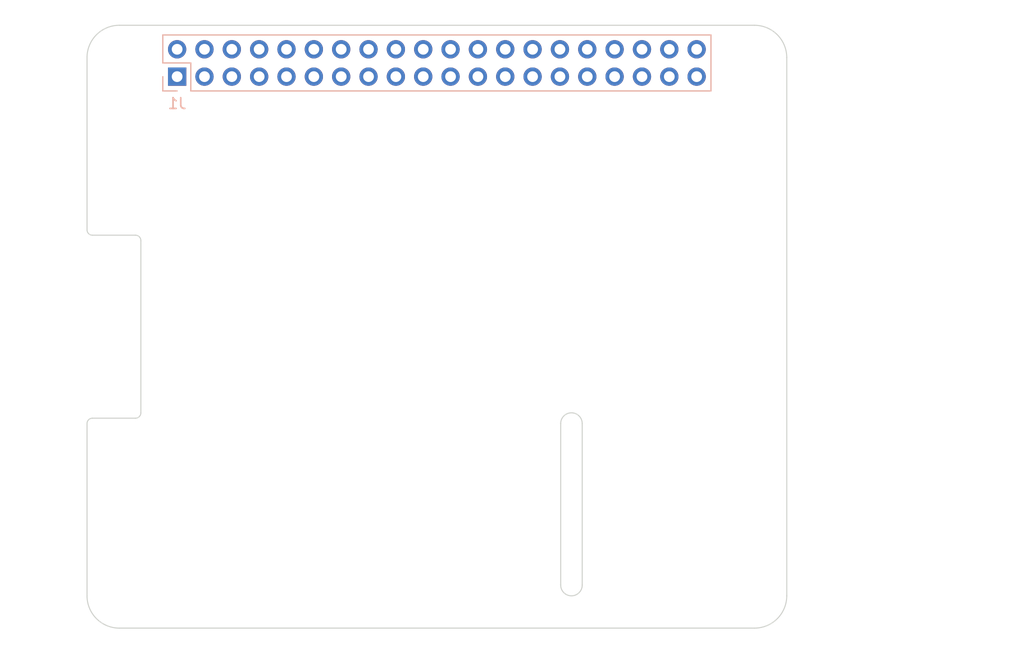
<source format=kicad_pcb>
(kicad_pcb (version 20241229) (generator "pcbnew") (generator_version "9.0")
  (title_block (date "15 nov 2012"))
  (layers (0 "F.Cu" signal) (2 "B.Cu" signal) (13 "F.Paste" user) (15 "B.Paste" user) (5 "F.SilkS" user "F.Silkscreen") (7 "B.SilkS" user "B.Silkscreen") (1 "F.Mask" user) (3 "B.Mask" user) (25 "Edge.Cuts" user))
  (net 0 "")
  (net 1 "GND")
  (net 2 "/GPIO2{slash}SDA1")
  (net 3 "/GPIO3{slash}SCL1")
  (net 4 "/GPIO4{slash}GPCLK0")
  (net 5 "/GPIO14{slash}TXD0")
  (net 6 "/GPIO15{slash}RXD0")
  (net 7 "/GPIO17")
  (net 8 "/GPIO18{slash}PCM.CLK")
  (net 9 "/GPIO27")
  (net 10 "/GPIO22")
  (net 11 "/GPIO23")
  (net 12 "/GPIO24")
  (net 13 "/GPIO10{slash}SPI0.MOSI")
  (net 14 "/GPIO9{slash}SPI0.MISO")
  (net 15 "/GPIO25")
  (net 16 "/GPIO11{slash}SPI0.SCLK")
  (net 17 "/GPIO8{slash}SPI0.CE0")
  (net 18 "/GPIO7{slash}SPI0.CE1")
  (net 19 "/ID_SDA")
  (net 20 "/ID_SCL")
  (net 21 "/GPIO5")
  (net 22 "/GPIO6")
  (net 23 "/GPIO12{slash}PWM0")
  (net 24 "/GPIO13{slash}PWM1")
  (net 25 "/GPIO19{slash}PCM.FS")
  (net 26 "/GPIO16")
  (net 27 "/GPIO26")
  (net 28 "/GPIO20{slash}PCM.DIN")
  (net 29 "/GPIO21{slash}PCM.DOUT")
  (net 30 "+5V")
  (net 31 "+3V3")
  (footprint "MountingHole:MountingHole_2.7mm_M2.5" (layer "F.Cu") (at 161.5 47.5)
    (property "Reference" "MH2" (hide yes))
    (property "Value" "MountingHole_2.7mm_M2.5" (hide yes))
    (pad "" np_thru_hole circle (at 0 0) (size 2.7 2.7) (drill 2.7) (layers "*.Cu" "*.Mask"))
  )
  (footprint "MountingHole:MountingHole_2.7mm_M2.5" (layer "F.Cu") (at 103.5 96.5)
    (property "Reference" "MH3" (hide yes))
    (property "Value" "MountingHole_2.7mm_M2.5" (hide yes))
    (pad "" np_thru_hole circle (at 0 0) (size 2.7 2.7) (drill 2.7) (layers "*.Cu" "*.Mask"))
  )
  (footprint "MountingHole:MountingHole_2.7mm_M2.5" (layer "F.Cu") (at 103.5 47.5)
    (property "Reference" "MH1" (hide yes))
    (property "Value" "MountingHole_2.7mm_M2.5" (hide yes))
    (pad "" np_thru_hole circle (at 0 0) (size 2.7 2.7) (drill 2.7) (layers "*.Cu" "*.Mask"))
  )
  (footprint "MountingHole:MountingHole_2.7mm_M2.5" (layer "F.Cu") (at 161.5 96.5)
    (property "Reference" "MH4" (hide yes))
    (property "Value" "MountingHole_2.7mm_M2.5" (hide yes))
    (pad "" np_thru_hole circle (at 0 0) (size 2.7 2.7) (drill 2.7) (layers "*.Cu" "*.Mask"))
  )
  (footprint "Connector_PinSocket_2.54mm:PinSocket_2x20_P2.54mm_Vertical" (layer "B.Cu") (at 108.37 48.77 -90)
    (property "Reference" "J1" (at 2.5 0 0) (layer "B.SilkS") (effects (justify mirror)))
    (property "Value" "GPIO")
    (fp_line (start -3.87 1.33) (end -1.27 1.33) (stroke (width 0.12)) (layer "B.SilkS"))
    (fp_line (start -3.87 1.33) (end -3.87 -49.59) (stroke (width 0.12)) (layer "B.SilkS"))
    (fp_line (start -1.27 1.33) (end -1.27 -1.27) (stroke (width 0.12)) (layer "B.SilkS"))
    (fp_line (start 0 1.33) (end 1.33 1.33) (stroke (width 0.12)) (layer "B.SilkS"))
    (fp_line (start 1.33 1.33) (end 1.33 0) (stroke (width 0.12)) (layer "B.SilkS"))
    (fp_line (start -1.27 -1.27) (end 1.33 -1.27) (stroke (width 0.12)) (layer "B.SilkS"))
    (fp_line (start 1.33 -1.27) (end 1.33 -49.59) (stroke (width 0.12)) (layer "B.SilkS"))
    (fp_line (start -3.87 -49.59) (end 1.33 -49.59) (stroke (width 0.12)) (layer "B.SilkS"))
    (pad "1" thru_hole rect (at 0 0 270) (size 1.7 1.7) (drill 1) (layers "*.Cu" "*.Mask") (net 31 "+3V3"))
    (pad "2" thru_hole oval (at -2.54 0 270) (size 1.7 1.7) (drill 1) (layers "*.Cu" "*.Mask") (net 30 "+5V"))
    (pad "3" thru_hole oval (at 0 -2.54 270) (size 1.7 1.7) (drill 1) (layers "*.Cu" "*.Mask") (net 2 "/GPIO2{slash}SDA1"))
    (pad "4" thru_hole oval (at -2.54 -2.54 270) (size 1.7 1.7) (drill 1) (layers "*.Cu" "*.Mask") (net 30 "+5V"))
    (pad "5" thru_hole oval (at 0 -5.08 270) (size 1.7 1.7) (drill 1) (layers "*.Cu" "*.Mask") (net 3 "/GPIO3{slash}SCL1"))
    (pad "6" thru_hole oval (at -2.54 -5.08 270) (size 1.7 1.7) (drill 1) (layers "*.Cu" "*.Mask") (net 1 "GND"))
    (pad "7" thru_hole oval (at 0 -7.62 270) (size 1.7 1.7) (drill 1) (layers "*.Cu" "*.Mask") (net 4 "/GPIO4{slash}GPCLK0"))
    (pad "8" thru_hole oval (at -2.54 -7.62 270) (size 1.7 1.7) (drill 1) (layers "*.Cu" "*.Mask") (net 5 "/GPIO14{slash}TXD0"))
    (pad "9" thru_hole oval (at 0 -10.16 270) (size 1.7 1.7) (drill 1) (layers "*.Cu" "*.Mask") (net 1 "GND"))
    (pad "10" thru_hole oval (at -2.54 -10.16 270) (size 1.7 1.7) (drill 1) (layers "*.Cu" "*.Mask") (net 6 "/GPIO15{slash}RXD0"))
    (pad "11" thru_hole oval (at 0 -12.7 270) (size 1.7 1.7) (drill 1) (layers "*.Cu" "*.Mask") (net 7 "/GPIO17"))
    (pad "12" thru_hole oval (at -2.54 -12.7 270) (size 1.7 1.7) (drill 1) (layers "*.Cu" "*.Mask") (net 8 "/GPIO18{slash}PCM.CLK"))
    (pad "13" thru_hole oval (at 0 -15.24 270) (size 1.7 1.7) (drill 1) (layers "*.Cu" "*.Mask") (net 9 "/GPIO27"))
    (pad "14" thru_hole oval (at -2.54 -15.24 270) (size 1.7 1.7) (drill 1) (layers "*.Cu" "*.Mask") (net 1 "GND"))
    (pad "15" thru_hole oval (at 0 -17.78 270) (size 1.7 1.7) (drill 1) (layers "*.Cu" "*.Mask") (net 10 "/GPIO22"))
    (pad "16" thru_hole oval (at -2.54 -17.78 270) (size 1.7 1.7) (drill 1) (layers "*.Cu" "*.Mask") (net 11 "/GPIO23"))
    (pad "17" thru_hole oval (at 0 -20.32 270) (size 1.7 1.7) (drill 1) (layers "*.Cu" "*.Mask") (net 31 "+3V3"))
    (pad "18" thru_hole oval (at -2.54 -20.32 270) (size 1.7 1.7) (drill 1) (layers "*.Cu" "*.Mask") (net 12 "/GPIO24"))
    (pad "19" thru_hole oval (at 0 -22.86 270) (size 1.7 1.7) (drill 1) (layers "*.Cu" "*.Mask") (net 13 "/GPIO10{slash}SPI0.MOSI"))
    (pad "20" thru_hole oval (at -2.54 -22.86 270) (size 1.7 1.7) (drill 1) (layers "*.Cu" "*.Mask") (net 1 "GND"))
    (pad "21" thru_hole oval (at 0 -25.4 270) (size 1.7 1.7) (drill 1) (layers "*.Cu" "*.Mask") (net 14 "/GPIO9{slash}SPI0.MISO"))
    (pad "22" thru_hole oval (at -2.54 -25.4 270) (size 1.7 1.7) (drill 1) (layers "*.Cu" "*.Mask") (net 15 "/GPIO25"))
    (pad "23" thru_hole oval (at 0 -27.94 270) (size 1.7 1.7) (drill 1) (layers "*.Cu" "*.Mask") (net 16 "/GPIO11{slash}SPI0.SCLK"))
    (pad "24" thru_hole oval (at -2.54 -27.94 270) (size 1.7 1.7) (drill 1) (layers "*.Cu" "*.Mask") (net 17 "/GPIO8{slash}SPI0.CE0"))
    (pad "25" thru_hole oval (at 0 -30.48 270) (size 1.7 1.7) (drill 1) (layers "*.Cu" "*.Mask") (net 1 "GND"))
    (pad "26" thru_hole oval (at -2.54 -30.48 270) (size 1.7 1.7) (drill 1) (layers "*.Cu" "*.Mask") (net 18 "/GPIO7{slash}SPI0.CE1"))
    (pad "27" thru_hole oval (at 0 -33.02 270) (size 1.7 1.7) (drill 1) (layers "*.Cu" "*.Mask") (net 19 "/ID_SDA"))
    (pad "28" thru_hole oval (at -2.54 -33.02 270) (size 1.7 1.7) (drill 1) (layers "*.Cu" "*.Mask") (net 20 "/ID_SCL"))
    (pad "29" thru_hole oval (at 0 -35.56 270) (size 1.7 1.7) (drill 1) (layers "*.Cu" "*.Mask") (net 21 "/GPIO5"))
    (pad "30" thru_hole oval (at -2.54 -35.56 270) (size 1.7 1.7) (drill 1) (layers "*.Cu" "*.Mask") (net 1 "GND"))
    (pad "31" thru_hole oval (at 0 -38.1 270) (size 1.7 1.7) (drill 1) (layers "*.Cu" "*.Mask") (net 22 "/GPIO6"))
    (pad "32" thru_hole oval (at -2.54 -38.1 270) (size 1.7 1.7) (drill 1) (layers "*.Cu" "*.Mask") (net 23 "/GPIO12{slash}PWM0"))
    (pad "33" thru_hole oval (at 0 -40.64 270) (size 1.7 1.7) (drill 1) (layers "*.Cu" "*.Mask") (net 24 "/GPIO13{slash}PWM1"))
    (pad "34" thru_hole oval (at -2.54 -40.64 270) (size 1.7 1.7) (drill 1) (layers "*.Cu" "*.Mask") (net 1 "GND"))
    (pad "35" thru_hole oval (at 0 -43.18 270) (size 1.7 1.7) (drill 1) (layers "*.Cu" "*.Mask") (net 25 "/GPIO19{slash}PCM.FS"))
    (pad "36" thru_hole oval (at -2.54 -43.18 270) (size 1.7 1.7) (drill 1) (layers "*.Cu" "*.Mask") (net 26 "/GPIO16"))
    (pad "37" thru_hole oval (at 0 -45.72 270) (size 1.7 1.7) (drill 1) (layers "*.Cu" "*.Mask") (net 27 "/GPIO26"))
    (pad "38" thru_hole oval (at -2.54 -45.72 270) (size 1.7 1.7) (drill 1) (layers "*.Cu" "*.Mask") (net 28 "/GPIO20{slash}PCM.DIN"))
    (pad "39" thru_hole oval (at 0 -48.26 270) (size 1.7 1.7) (drill 1) (layers "*.Cu" "*.Mask") (net 1 "GND"))
    (pad "40" thru_hole oval (at -2.54 -48.26 270) (size 1.7 1.7) (drill 1) (layers "*.Cu" "*.Mask") (net 29 "/GPIO21{slash}PCM.DOUT"))
  )
  (gr_arc (start 100.5 63.5) (mid 100.146447 63.353553) (end 100 63) (stroke (width 0.1)) (layer "Edge.Cuts"))
  (gr_arc (start 162 44) (mid 164.12132 44.87868) (end 165 47) (stroke (width 0.1)) (layer "Edge.Cuts"))
  (gr_line (start 165 97) (end 165 47) (stroke (width 0.1)) (layer "Edge.Cuts"))
  (gr_line (start 100 47) (end 100 63) (stroke (width 0.1)) (layer "Edge.Cuts"))
  (gr_line (start 146 81) (end 146 96) (stroke (width 0.1)) (layer "Edge.Cuts"))
  (gr_line (start 144 96) (end 144 81) (stroke (width 0.1)) (layer "Edge.Cuts"))
  (gr_arc (start 103 100) (mid 100.87868 99.12132) (end 100 97) (stroke (width 0.1)) (layer "Edge.Cuts"))
  (gr_line (start 103 100) (end 162 100) (stroke (width 0.1)) (layer "Edge.Cuts"))
  (gr_line (start 104.5 80.5) (end 100.5 80.5) (stroke (width 0.1)) (layer "Edge.Cuts"))
  (gr_arc (start 144 81) (mid 145 80) (end 146 81) (stroke (width 0.1)) (layer "Edge.Cuts"))
  (gr_arc (start 100 81) (mid 100.146138 80.646755) (end 100.499127 80.500001) (stroke (width 0.1)) (layer "Edge.Cuts"))
  (gr_arc (start 165 97) (mid 164.12132 99.12132) (end 162 100) (stroke (width 0.1)) (layer "Edge.Cuts"))
  (gr_line (start 105 64) (end 105 80) (stroke (width 0.1)) (layer "Edge.Cuts"))
  (gr_arc (start 100 47) (mid 100.87868 44.87868) (end 103 44) (stroke (width 0.1)) (layer "Edge.Cuts"))
  (gr_arc (start 146 96) (mid 145 97) (end 144 96) (stroke (width 0.1)) (layer "Edge.Cuts"))
  (gr_line (start 100 81) (end 100 97) (stroke (width 0.1)) (layer "Edge.Cuts"))
  (gr_line (start 100.5 63.5) (end 104.5 63.5) (stroke (width 0.1)) (layer "Edge.Cuts"))
  (gr_arc (start 105 80) (mid 104.853553 80.353553) (end 104.5 80.5) (stroke (width 0.1)) (layer "Edge.Cuts"))
  (gr_arc (start 104.5 63.5) (mid 104.853553 63.646447) (end 105 64) (stroke (width 0.1)) (layer "Edge.Cuts"))
  (gr_line (start 162 44) (end 103 44) (stroke (width 0.1)) (layer "Edge.Cuts"))
)
</source>
